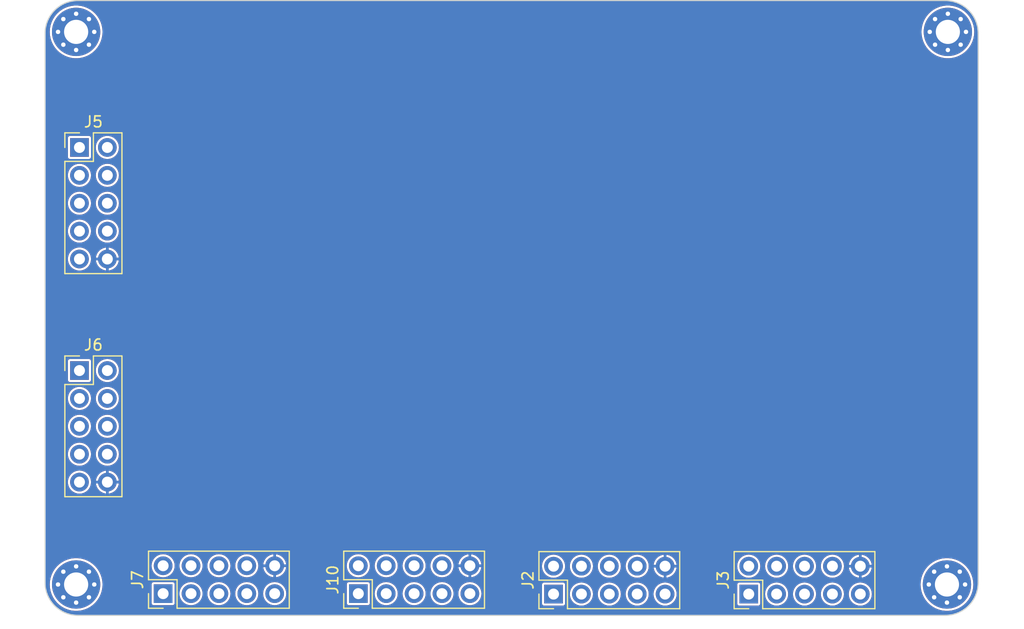
<source format=kicad_pcb>
(kicad_pcb (version 20240108) (generator "pcbnew") (generator_version "8.0")
  (layers (0 "F.Cu" signal) (1 "In1.Cu" signal) (2 "In2.Cu" signal) (31 "B.Cu" signal) (34 "B.Paste" user) (35 "F.Paste" user) (36 "B.SilkS" user "B.Silkscreen") (37 "F.SilkS" user "F.Silkscreen") (38 "B.Mask" user) (39 "F.Mask" user) (44 "Edge.Cuts" user))
  (net 0 "")
  (net 1 "/PF4")
  (net 2 "GND")
  (net 3 "/PF2")
  (net 4 "/PA0")
  (net 5 "/PA1")
  (net 6 "/PA2")
  (net 7 "/PA3")
  (net 8 "/PA4")
  (net 9 "/PA5")
  (net 10 "/PA6")
  (net 11 "/PA7")
  (net 12 "/PB0")
  (net 13 "/PB1")
  (net 14 "/PB2")
  (net 15 "/PB3")
  (net 16 "/PB4")
  (net 17 "/PB5")
  (net 18 "/PB6")
  (net 19 "/PB7")
  (net 20 "/PD7")
  (net 21 "/PD6")
  (net 22 "/PD5")
  (net 23 "/PD4")
  (net 24 "/PD3")
  (net 25 "/PD2")
  (net 26 "/PD1")
  (net 27 "/PD0")
  (net 28 "/PF1")
  (net 29 "/PF5")
  (net 30 "/PF6")
  (net 31 "/PF3")
  (net 32 "/PF0")
  (net 33 "/PG0")
  (net 34 "/PG1")
  (net 35 "/PG2")
  (net 36 "/PG3")
  (net 37 "/PG4")
  (net 38 "/PG5")
  (net 39 "/PG6")
  (net 40 "/PG7")
  (net 41 "/PE0")
  (net 42 "/PE1")
  (net 43 "/PE2")
  (net 44 "/PE3")
  (net 45 "/PE4")
  (net 46 "/PE6")
  (net 47 "/PE7")
  (net 48 "/PE5")
  (net 49 "+5V")
  (footprint "Connector_PinHeader_2.54mm:PinHeader_2x05_P2.54mm_Vertical" (layer "F.Cu") (at 150.536637 135 90)
    (property "Reference" "J10" (at 1.27 -2.33 90) (layer "F.SilkS"))
    (property "Value" "PORTG")
    (fp_line (start 3.87 -1.33) (end 3.87 11.49) (stroke (width 0.12)) (layer "F.SilkS"))
    (fp_line (start 1.27 -1.33) (end 3.87 -1.33) (stroke (width 0.12)) (layer "F.SilkS"))
    (fp_line (start -1.33 -1.33) (end 0 -1.33) (stroke (width 0.12)) (layer "F.SilkS"))
    (fp_line (start -1.33 0) (end -1.33 -1.33) (stroke (width 0.12)) (layer "F.SilkS"))
    (fp_line (start 1.27 1.27) (end 1.27 -1.33) (stroke (width 0.12)) (layer "F.SilkS"))
    (fp_line (start -1.33 1.27) (end 1.27 1.27) (stroke (width 0.12)) (layer "F.SilkS"))
    (fp_line (start -1.33 1.27) (end -1.33 11.49) (stroke (width 0.12)) (layer "F.SilkS"))
    (fp_line (start -1.33 11.49) (end 3.87 11.49) (stroke (width 0.12)) (layer "F.SilkS"))
    (pad "1" thru_hole rect (at 0 0 90) (size 1.7 1.7) (drill 1) (layers "*.Cu" "*.Mask") (net 33 "/PG0"))
    (pad "2" thru_hole oval (at 2.54 0 90) (size 1.7 1.7) (drill 1) (layers "*.Cu" "*.Mask") (net 34 "/PG1"))
    (pad "3" thru_hole oval (at 0 2.54 90) (size 1.7 1.7) (drill 1) (layers "*.Cu" "*.Mask") (net 35 "/PG2"))
    (pad "4" thru_hole oval (at 2.54 2.54 90) (size 1.7 1.7) (drill 1) (layers "*.Cu" "*.Mask") (net 36 "/PG3"))
    (pad "5" thru_hole oval (at 0 5.08 90) (size 1.7 1.7) (drill 1) (layers "*.Cu" "*.Mask") (net 37 "/PG4"))
    (pad "6" thru_hole oval (at 2.54 5.08 90) (size 1.7 1.7) (drill 1) (layers "*.Cu" "*.Mask") (net 38 "/PG5"))
    (pad "7" thru_hole oval (at 0 7.62 90) (size 1.7 1.7) (drill 1) (layers "*.Cu" "*.Mask") (net 39 "/PG6"))
    (pad "8" thru_hole oval (at 2.54 7.62 90) (size 1.7 1.7) (drill 1) (layers "*.Cu" "*.Mask") (net 40 "/PG7"))
    (pad "9" thru_hole oval (at 0 10.16 90) (size 1.7 1.7) (drill 1) (layers "*.Cu" "*.Mask") (net 2 "GND"))
    (pad "10" thru_hole oval (at 2.54 10.16 90) (size 1.7 1.7) (drill 1) (layers "*.Cu" "*.Mask") (net 49 "+5V"))
  )
  (footprint "MountingHole:MountingHole_2.2mm_M2_Pad_Via" (layer "F.Cu") (at 124.833274 83.833274)
    (property "Reference" "H1" (hide yes))
    (property "Value" "MountingHole_Pad")
    (pad "1" thru_hole circle (at -1.65 0) (size 0.7 0.7) (drill 0.4) (layers "*.Cu" "*.Mask") (net 2 "GND"))
    (pad "1" thru_hole circle (at -1.166726 -1.166726) (size 0.7 0.7) (drill 0.4) (layers "*.Cu" "*.Mask") (net 2 "GND"))
    (pad "1" thru_hole circle (at -1.166726 1.166726) (size 0.7 0.7) (drill 0.4) (layers "*.Cu" "*.Mask") (net 2 "GND"))
    (pad "1" thru_hole circle (at 0 -1.65) (size 0.7 0.7) (drill 0.4) (layers "*.Cu" "*.Mask") (net 2 "GND"))
    (pad "1" thru_hole circle (at 0 0) (size 4.4 4.4) (drill 2.2) (layers "*.Cu" "*.Mask") (net 2 "GND"))
    (pad "1" thru_hole circle (at 0 1.65) (size 0.7 0.7) (drill 0.4) (layers "*.Cu" "*.Mask") (net 2 "GND"))
    (pad "1" thru_hole circle (at 1.166726 -1.166726) (size 0.7 0.7) (drill 0.4) (layers "*.Cu" "*.Mask") (net 2 "GND"))
    (pad "1" thru_hole circle (at 1.166726 1.166726) (size 0.7 0.7) (drill 0.4) (layers "*.Cu" "*.Mask") (net 2 "GND"))
    (pad "1" thru_hole circle (at 1.65 0) (size 0.7 0.7) (drill 0.4) (layers "*.Cu" "*.Mask") (net 2 "GND"))
  )
  (footprint "MountingHole:MountingHole_2.2mm_M2_Pad_Via" (layer "F.Cu") (at 204.15 134.166726)
    (property "Reference" "H4" (hide yes))
    (property "Value" "MountingHole_Pad")
    (pad "1" thru_hole circle (at -1.65 0) (size 0.7 0.7) (drill 0.4) (layers "*.Cu" "*.Mask") (net 2 "GND"))
    (pad "1" thru_hole circle (at -1.166726 -1.166726) (size 0.7 0.7) (drill 0.4) (layers "*.Cu" "*.Mask") (net 2 "GND"))
    (pad "1" thru_hole circle (at -1.166726 1.166726) (size 0.7 0.7) (drill 0.4) (layers "*.Cu" "*.Mask") (net 2 "GND"))
    (pad "1" thru_hole circle (at 0 -1.65) (size 0.7 0.7) (drill 0.4) (layers "*.Cu" "*.Mask") (net 2 "GND"))
    (pad "1" thru_hole circle (at 0 0) (size 4.4 4.4) (drill 2.2) (layers "*.Cu" "*.Mask") (net 2 "GND"))
    (pad "1" thru_hole circle (at 0 1.65) (size 0.7 0.7) (drill 0.4) (layers "*.Cu" "*.Mask") (net 2 "GND"))
    (pad "1" thru_hole circle (at 1.166726 -1.166726) (size 0.7 0.7) (drill 0.4) (layers "*.Cu" "*.Mask") (net 2 "GND"))
    (pad "1" thru_hole circle (at 1.166726 1.166726) (size 0.7 0.7) (drill 0.4) (layers "*.Cu" "*.Mask") (net 2 "GND"))
    (pad "1" thru_hole circle (at 1.65 0) (size 0.7 0.7) (drill 0.4) (layers "*.Cu" "*.Mask") (net 2 "GND"))
  )
  (footprint "Connector_PinHeader_2.54mm:PinHeader_2x05_P2.54mm_Vertical" (layer "F.Cu") (at 186.096637 135.04 90)
    (property "Reference" "J3" (at 1.27 -2.33 90) (layer "F.SilkS"))
    (property "Value" "PORTB")
    (fp_line (start 3.87 -1.33) (end 3.87 11.49) (stroke (width 0.12)) (layer "F.SilkS"))
    (fp_line (start 1.27 -1.33) (end 3.87 -1.33) (stroke (width 0.12)) (layer "F.SilkS"))
    (fp_line (start -1.33 -1.33) (end 0 -1.33) (stroke (width 0.12)) (layer "F.SilkS"))
    (fp_line (start -1.33 0) (end -1.33 -1.33) (stroke (width 0.12)) (layer "F.SilkS"))
    (fp_line (start 1.27 1.27) (end 1.27 -1.33) (stroke (width 0.12)) (layer "F.SilkS"))
    (fp_line (start -1.33 1.27) (end 1.27 1.27) (stroke (width 0.12)) (layer "F.SilkS"))
    (fp_line (start -1.33 1.27) (end -1.33 11.49) (stroke (width 0.12)) (layer "F.SilkS"))
    (fp_line (start -1.33 11.49) (end 3.87 11.49) (stroke (width 0.12)) (layer "F.SilkS"))
    (pad "1" thru_hole rect (at 0 0 90) (size 1.7 1.7) (drill 1) (layers "*.Cu" "*.Mask") (net 12 "/PB0"))
    (pad "2" thru_hole oval (at 2.54 0 90) (size 1.7 1.7) (drill 1) (layers "*.Cu" "*.Mask") (net 13 "/PB1"))
    (pad "3" thru_hole oval (at 0 2.54 90) (size 1.7 1.7) (drill 1) (layers "*.Cu" "*.Mask") (net 14 "/PB2"))
    (pad "4" thru_hole oval (at 2.54 2.54 90) (size 1.7 1.7) (drill 1) (layers "*.Cu" "*.Mask") (net 15 "/PB3"))
    (pad "5" thru_hole oval (at 0 5.08 90) (size 1.7 1.7) (drill 1) (layers "*.Cu" "*.Mask") (net 16 "/PB4"))
    (pad "6" thru_hole oval (at 2.54 5.08 90) (size 1.7 1.7) (drill 1) (layers "*.Cu" "*.Mask") (net 17 "/PB5"))
    (pad "7" thru_hole oval (at 0 7.62 90) (size 1.7 1.7) (drill 1) (layers "*.Cu" "*.Mask") (net 18 "/PB6"))
    (pad "8" thru_hole oval (at 2.54 7.62 90) (size 1.7 1.7) (drill 1) (layers "*.Cu" "*.Mask") (net 19 "/PB7"))
    (pad "9" thru_hole oval (at 0 10.16 90) (size 1.7 1.7) (drill 1) (layers "*.Cu" "*.Mask") (net 2 "GND"))
    (pad "10" thru_hole oval (at 2.54 10.16 90) (size 1.7 1.7) (drill 1) (layers "*.Cu" "*.Mask") (net 49 "+5V"))
  )
  (footprint "Connector_PinHeader_2.54mm:PinHeader_2x05_P2.54mm_Vertical" (layer "F.Cu") (at 132.756637 135 90)
    (property "Reference" "J7" (at 1.27 -2.33 90) (layer "F.SilkS"))
    (property "Value" "PORTF")
    (fp_line (start 3.87 -1.33) (end 3.87 11.49) (stroke (width 0.12)) (layer "F.SilkS"))
    (fp_line (start 1.27 -1.33) (end 3.87 -1.33) (stroke (width 0.12)) (layer "F.SilkS"))
    (fp_line (start -1.33 -1.33) (end 0 -1.33) (stroke (width 0.12)) (layer "F.SilkS"))
    (fp_line (start -1.33 0) (end -1.33 -1.33) (stroke (width 0.12)) (layer "F.SilkS"))
    (fp_line (start 1.27 1.27) (end 1.27 -1.33) (stroke (width 0.12)) (layer "F.SilkS"))
    (fp_line (start -1.33 1.27) (end 1.27 1.27) (stroke (width 0.12)) (layer "F.SilkS"))
    (fp_line (start -1.33 1.27) (end -1.33 11.49) (stroke (width 0.12)) (layer "F.SilkS"))
    (fp_line (start -1.33 11.49) (end 3.87 11.49) (stroke (width 0.12)) (layer "F.SilkS"))
    (pad "1" thru_hole rect (at 0 0 90) (size 1.7 1.7) (drill 1) (layers "*.Cu" "*.Mask") (net 32 "/PF0"))
    (pad "2" thru_hole oval (at 2.54 0 90) (size 1.7 1.7) (drill 1) (layers "*.Cu" "*.Mask") (net 28 "/PF1"))
    (pad "3" thru_hole oval (at 0 2.54 90) (size 1.7 1.7) (drill 1) (layers "*.Cu" "*.Mask") (net 3 "/PF2"))
    (pad "4" thru_hole oval (at 2.54 2.54 90) (size 1.7 1.7) (drill 1) (layers "*.Cu" "*.Mask") (net 31 "/PF3"))
    (pad "5" thru_hole oval (at 0 5.08 90) (size 1.7 1.7) (drill 1) (layers "*.Cu" "*.Mask") (net 1 "/PF4"))
    (pad "6" thru_hole oval (at 2.54 5.08 90) (size 1.7 1.7) (drill 1) (layers "*.Cu" "*.Mask") (net 29 "/PF5"))
    (pad "7" thru_hole oval (at 0 7.62 90) (size 1.7 1.7) (drill 1) (layers "*.Cu" "*.Mask") (net 30 "/PF6"))
    (pad "8" thru_hole oval (at 2.54 7.62 90) (size 1.7 1.7) (drill 1) (layers "*.Cu" "*.Mask"))
    (pad "9" thru_hole oval (at 0 10.16 90) (size 1.7 1.7) (drill 1) (layers "*.Cu" "*.Mask") (net 2 "GND"))
    (pad "10" thru_hole oval (at 2.54 10.16 90) (size 1.7 1.7) (drill 1) (layers "*.Cu" "*.Mask") (net 49 "+5V"))
  )
  (footprint "MountingHole:MountingHole_2.2mm_M2_Pad_Via" (layer "F.Cu") (at 124.833274 134.166726)
    (property "Reference" "H3" (hide yes))
    (property "Value" "MountingHole_Pad")
    (pad "1" thru_hole circle (at -1.65 0) (size 0.7 0.7) (drill 0.4) (layers "*.Cu" "*.Mask") (net 2 "GND"))
    (pad "1" thru_hole circle (at -1.166726 -1.166726) (size 0.7 0.7) (drill 0.4) (layers "*.Cu" "*.Mask") (net 2 "GND"))
    (pad "1" thru_hole circle (at -1.166726 1.166726) (size 0.7 0.7) (drill 0.4) (layers "*.Cu" "*.Mask") (net 2 "GND"))
    (pad "1" thru_hole circle (at 0 -1.65) (size 0.7 0.7) (drill 0.4) (layers "*.Cu" "*.Mask") (net 2 "GND"))
    (pad "1" thru_hole circle (at 0 0) (size 4.4 4.4) (drill 2.2) (layers "*.Cu" "*.Mask") (net 2 "GND"))
    (pad "1" thru_hole circle (at 0 1.65) (size 0.7 0.7) (drill 0.4) (layers "*.Cu" "*.Mask") (net 2 "GND"))
    (pad "1" thru_hole circle (at 1.166726 -1.166726) (size 0.7 0.7) (drill 0.4) (layers "*.Cu" "*.Mask") (net 2 "GND"))
    (pad "1" thru_hole circle (at 1.166726 1.166726) (size 0.7 0.7) (drill 0.4) (layers "*.Cu" "*.Mask") (net 2 "GND"))
    (pad "1" thru_hole circle (at 1.65 0) (size 0.7 0.7) (drill 0.4) (layers "*.Cu" "*.Mask") (net 2 "GND"))
  )
  (footprint "MountingHole:MountingHole_2.2mm_M2_Pad_Via" (layer "F.Cu") (at 204.233274 83.833274)
    (property "Reference" "H2" (hide yes))
    (property "Value" "MountingHole_Pad")
    (pad "1" thru_hole circle (at -1.65 0) (size 0.7 0.7) (drill 0.4) (layers "*.Cu" "*.Mask") (net 2 "GND"))
    (pad "1" thru_hole circle (at -1.166726 -1.166726) (size 0.7 0.7) (drill 0.4) (layers "*.Cu" "*.Mask") (net 2 "GND"))
    (pad "1" thru_hole circle (at -1.166726 1.166726) (size 0.7 0.7) (drill 0.4) (layers "*.Cu" "*.Mask") (net 2 "GND"))
    (pad "1" thru_hole circle (at 0 -1.65) (size 0.7 0.7) (drill 0.4) (layers "*.Cu" "*.Mask") (net 2 "GND"))
    (pad "1" thru_hole circle (at 0 0) (size 4.4 4.4) (drill 2.2) (layers "*.Cu" "*.Mask") (net 2 "GND"))
    (pad "1" thru_hole circle (at 0 1.65) (size 0.7 0.7) (drill 0.4) (layers "*.Cu" "*.Mask") (net 2 "GND"))
    (pad "1" thru_hole circle (at 1.166726 -1.166726) (size 0.7 0.7) (drill 0.4) (layers "*.Cu" "*.Mask") (net 2 "GND"))
    (pad "1" thru_hole circle (at 1.166726 1.166726) (size 0.7 0.7) (drill 0.4) (layers "*.Cu" "*.Mask") (net 2 "GND"))
    (pad "1" thru_hole circle (at 1.65 0) (size 0.7 0.7) (drill 0.4) (layers "*.Cu" "*.Mask") (net 2 "GND"))
  )
  (footprint "Connector_PinHeader_2.54mm:PinHeader_2x05_P2.54mm_Vertical" (layer "F.Cu") (at 168.316637 135.04 90)
    (property "Reference" "J2" (at 1.27 -2.33 90) (layer "F.SilkS"))
    (property "Value" "PORTA")
    (fp_line (start 3.87 -1.33) (end 3.87 11.49) (stroke (width 0.12)) (layer "F.SilkS"))
    (fp_line (start 1.27 -1.33) (end 3.87 -1.33) (stroke (width 0.12)) (layer "F.SilkS"))
    (fp_line (start -1.33 -1.33) (end 0 -1.33) (stroke (width 0.12)) (layer "F.SilkS"))
    (fp_line (start -1.33 0) (end -1.33 -1.33) (stroke (width 0.12)) (layer "F.SilkS"))
    (fp_line (start 1.27 1.27) (end 1.27 -1.33) (stroke (width 0.12)) (layer "F.SilkS"))
    (fp_line (start -1.33 1.27) (end 1.27 1.27) (stroke (width 0.12)) (layer "F.SilkS"))
    (fp_line (start -1.33 1.27) (end -1.33 11.49) (stroke (width 0.12)) (layer "F.SilkS"))
    (fp_line (start -1.33 11.49) (end 3.87 11.49) (stroke (width 0.12)) (layer "F.SilkS"))
    (pad "1" thru_hole rect (at 0 0 90) (size 1.7 1.7) (drill 1) (layers "*.Cu" "*.Mask") (net 4 "/PA0"))
    (pad "2" thru_hole oval (at 2.54 0 90) (size 1.7 1.7) (drill 1) (layers "*.Cu" "*.Mask") (net 5 "/PA1"))
    (pad "3" thru_hole oval (at 0 2.54 90) (size 1.7 1.7) (drill 1) (layers "*.Cu" "*.Mask") (net 6 "/PA2"))
    (pad "4" thru_hole oval (at 2.54 2.54 90) (size 1.7 1.7) (drill 1) (layers "*.Cu" "*.Mask") (net 7 "/PA3"))
    (pad "5" thru_hole oval (at 0 5.08 90) (size 1.7 1.7) (drill 1) (layers "*.Cu" "*.Mask") (net 8 "/PA4"))
    (pad "6" thru_hole oval (at 2.54 5.08 90) (size 1.7 1.7) (drill 1) (layers "*.Cu" "*.Mask") (net 9 "/PA5"))
    (pad "7" thru_hole oval (at 0 7.62 90) (size 1.7 1.7) (drill 1) (layers "*.Cu" "*.Mask") (net 10 "/PA6"))
    (pad "8" thru_hole oval (at 2.54 7.62 90) (size 1.7 1.7) (drill 1) (layers "*.Cu" "*.Mask") (net 11 "/PA7"))
    (pad "9" thru_hole oval (at 0 10.16 90) (size 1.7 1.7) (drill 1) (layers "*.Cu" "*.Mask") (net 2 "GND"))
    (pad "10" thru_hole oval (at 2.54 10.16 90) (size 1.7 1.7) (drill 1) (layers "*.Cu" "*.Mask") (net 49 "+5V"))
  )
  (footprint "Connector_PinHeader_2.54mm:PinHeader_2x05_P2.54mm_Vertical" (layer "F.Cu") (at 125.136637 114.68)
    (property "Reference" "J6" (at 1.27 -2.33 0) (layer "F.SilkS"))
    (property "Value" "PORTE")
    (fp_line (start -1.33 -1.33) (end 0 -1.33) (stroke (width 0.12)) (layer "F.SilkS"))
    (fp_line (start -1.33 0) (end -1.33 -1.33) (stroke (width 0.12)) (layer "F.SilkS"))
    (fp_line (start -1.33 1.27) (end -1.33 11.49) (stroke (width 0.12)) (layer "F.SilkS"))
    (fp_line (start -1.33 1.27) (end 1.27 1.27) (stroke (width 0.12)) (layer "F.SilkS"))
    (fp_line (start -1.33 11.49) (end 3.87 11.49) (stroke (width 0.12)) (layer "F.SilkS"))
    (fp_line (start 1.27 -1.33) (end 3.87 -1.33) (stroke (width 0.12)) (layer "F.SilkS"))
    (fp_line (start 1.27 1.27) (end 1.27 -1.33) (stroke (width 0.12)) (layer "F.SilkS"))
    (fp_line (start 3.87 -1.33) (end 3.87 11.49) (stroke (width 0.12)) (layer "F.SilkS"))
    (pad "1" thru_hole rect (at 0 0) (size 1.7 1.7) (drill 1) (layers "*.Cu" "*.Mask") (net 41 "/PE0"))
    (pad "2" thru_hole oval (at 2.54 0) (size 1.7 1.7) (drill 1) (layers "*.Cu" "*.Mask") (net 42 "/PE1"))
    (pad "3" thru_hole oval (at 0 2.54) (size 1.7 1.7) (drill 1) (layers "*.Cu" "*.Mask") (net 43 "/PE2"))
    (pad "4" thru_hole oval (at 2.54 2.54) (size 1.7 1.7) (drill 1) (layers "*.Cu" "*.Mask") (net 44 "/PE3"))
    (pad "5" thru_hole oval (at 0 5.08) (size 1.7 1.7) (drill 1) (layers "*.Cu" "*.Mask") (net 45 "/PE4"))
    (pad "6" thru_hole oval (at 2.54 5.08) (size 1.7 1.7) (drill 1) (layers "*.Cu" "*.Mask") (net 48 "/PE5"))
    (pad "7" thru_hole oval (at 0 7.62) (size 1.7 1.7) (drill 1) (layers "*.Cu" "*.Mask") (net 46 "/PE6"))
    (pad "8" thru_hole oval (at 2.54 7.62) (size 1.7 1.7) (drill 1) (layers "*.Cu" "*.Mask") (net 47 "/PE7"))
    (pad "9" thru_hole oval (at 0 10.16) (size 1.7 1.7) (drill 1) (layers "*.Cu" "*.Mask") (net 2 "GND"))
    (pad "10" thru_hole oval (at 2.54 10.16) (size 1.7 1.7) (drill 1) (layers "*.Cu" "*.Mask") (net 49 "+5V"))
  )
  (footprint "Connector_PinHeader_2.54mm:PinHeader_2x05_P2.54mm_Vertical" (layer "F.Cu") (at 125.136637 94.36)
    (property "Reference" "J5" (at 1.27 -2.33 0) (layer "F.SilkS"))
    (property "Value" "PORTD")
    (fp_line (start -1.33 -1.33) (end 0 -1.33) (stroke (width 0.12)) (layer "F.SilkS"))
    (fp_line (start -1.33 0) (end -1.33 -1.33) (stroke (width 0.12)) (layer "F.SilkS"))
    (fp_line (start -1.33 1.27) (end -1.33 11.49) (stroke (width 0.12)) (layer "F.SilkS"))
    (fp_line (start -1.33 1.27) (end 1.27 1.27) (stroke (width 0.12)) (layer "F.SilkS"))
    (fp_line (start -1.33 11.49) (end 3.87 11.49) (stroke (width 0.12)) (layer "F.SilkS"))
    (fp_line (start 1.27 -1.33) (end 3.87 -1.33) (stroke (width 0.12)) (layer "F.SilkS"))
    (fp_line (start 1.27 1.27) (end 1.27 -1.33) (stroke (width 0.12)) (layer "F.SilkS"))
    (fp_line (start 3.87 -1.33) (end 3.87 11.49) (stroke (width 0.12)) (layer "F.SilkS"))
    (pad "1" thru_hole rect (at 0 0) (size 1.7 1.7) (drill 1) (layers "*.Cu" "*.Mask") (net 27 "/PD0"))
    (pad "2" thru_hole oval (at 2.54 0) (size 1.7 1.7) (drill 1) (layers "*.Cu" "*.Mask") (net 26 "/PD1"))
    (pad "3" thru_hole oval (at 0 2.54) (size 1.7 1.7) (drill 1) (layers "*.Cu" "*.Mask") (net 25 "/PD2"))
    (pad "4" thru_hole oval (at 2.54 2.54) (size 1.7 1.7) (drill 1) (layers "*.Cu" "*.Mask") (net 24 "/PD3"))
    (pad "5" thru_hole oval (at 0 5.08) (size 1.7 1.7) (drill 1) (layers "*.Cu" "*.Mask") (net 23 "/PD4"))
    (pad "6" thru_hole oval (at 2.54 5.08) (size 1.7 1.7) (drill 1) (layers "*.Cu" "*.Mask") (net 22 "/PD5"))
    (pad "7" thru_hole oval (at 0 7.62) (size 1.7 1.7) (drill 1) (layers "*.Cu" "*.Mask") (net 21 "/PD6"))
    (pad "8" thru_hole oval (at 2.54 7.62) (size 1.7 1.7) (drill 1) (layers "*.Cu" "*.Mask") (net 20 "/PD7"))
    (pad "9" thru_hole oval (at 0 10.16) (size 1.7 1.7) (drill 1) (layers "*.Cu" "*.Mask") (net 2 "GND"))
    (pad "10" thru_hole oval (at 2.54 10.16) (size 1.7 1.7) (drill 1) (layers "*.Cu" "*.Mask") (net 49 "+5V"))
  )
  (gr_line (start 122 83.979) (end 122 133.979) (stroke (width 0.1)) (layer "Edge.Cuts"))
  (gr_arc (start 207 133.979) (mid 206.12132 136.10032) (end 204 136.979) (stroke (width 0.1)) (layer "Edge.Cuts"))
  (gr_arc (start 125 136.979) (mid 122.87868 136.10032) (end 122 133.979) (stroke (width 0.1)) (layer "Edge.Cuts"))
  (gr_arc (start 122 83.979) (mid 122.87868 81.85768) (end 125 80.979) (stroke (width 0.1)) (layer "Edge.Cuts"))
  (gr_arc (start 204 80.979) (mid 206.12132 81.85768) (end 207 83.979) (stroke (width 0.1)) (layer "Edge.Cuts"))
  (gr_line (start 207 83.979) (end 207 133.979) (stroke (width 0.1)) (layer "Edge.Cuts"))
  (gr_line (start 125 80.979) (end 204 80.979) (stroke (width 0.1)) (layer "Edge.Cuts"))
  (gr_line (start 125 136.979) (end 204 136.979) (stroke (width 0.1)) (layer "Edge.Cuts"))
  (zone (net 0) (net_name "") (layer "F.Cu") (priority 1) (connect_pads (clearance 0.2)) (min_thickness 0.2) (fill yes (thermal_gap 0.2) (thermal_bridge_width 0.254))
    (polygon (pts (xy 122 81) (xy 122 137) (xy 207 137) (xy 207 81)))
  )
  (zone (net 49) (net_name "+5V") (layer "B.Cu") (priority 1) (connect_pads (clearance 0.2)) (min_thickness 0.2) (fill yes (thermal_gap 0.2) (thermal_bridge_width 0.254))
    (polygon (pts (xy 122 81) (xy 122 137) (xy 207 137) (xy 207 81)))
  )
)
</source>
